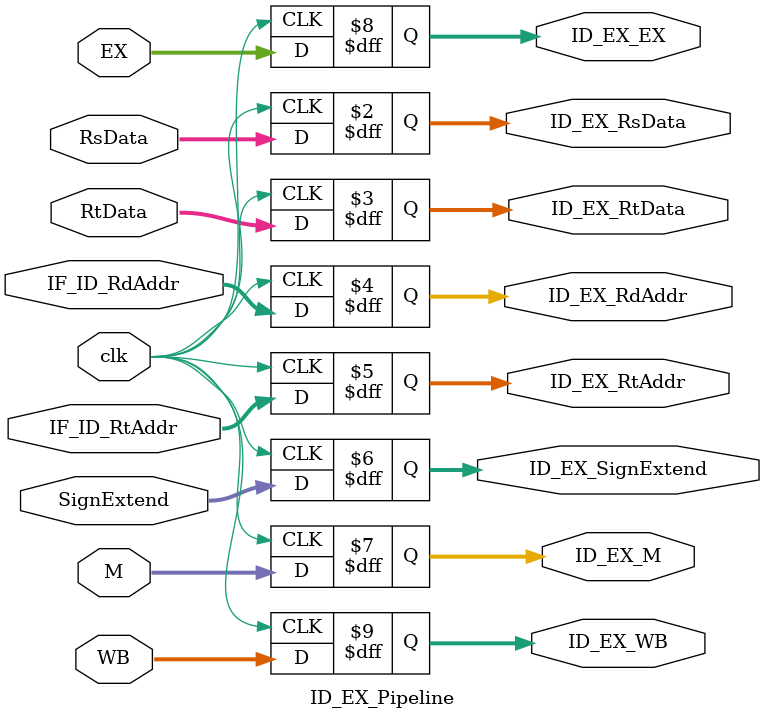
<source format=v>
module ID_EX_Pipeline(
    //output
    output reg[31:0] ID_EX_RsData,
    output reg[31:0] ID_EX_RtData,
    output reg[4:0] ID_EX_RdAddr,
    output reg[4:0] ID_EX_RtAddr,
    output reg[31:0] ID_EX_SignExtend,
    output reg [1:0] ID_EX_M,
    output reg [3:0] ID_EX_EX,
    output reg [1:0]ID_EX_WB,
    //input
    input [31:0] RsData,
    input [31:0] RtData,
    input [4:0] IF_ID_RdAddr,
    input [4:0] IF_ID_RtAddr,
    input [31:0] SignExtend,
    input [1:0] M,
    input [3:0] EX,
    input [1:0] WB,
    input clk
);


always@(posedge clk)begin
    ID_EX_RsData <= RsData;
    ID_EX_RtData <= RtData;
    ID_EX_RdAddr <= IF_ID_RdAddr;
    ID_EX_RtAddr <= IF_ID_RtAddr;
    ID_EX_SignExtend <= SignExtend;
    ID_EX_WB <= WB;
    ID_EX_M <= M;
    ID_EX_EX <= EX;
end
endmodule
</source>
